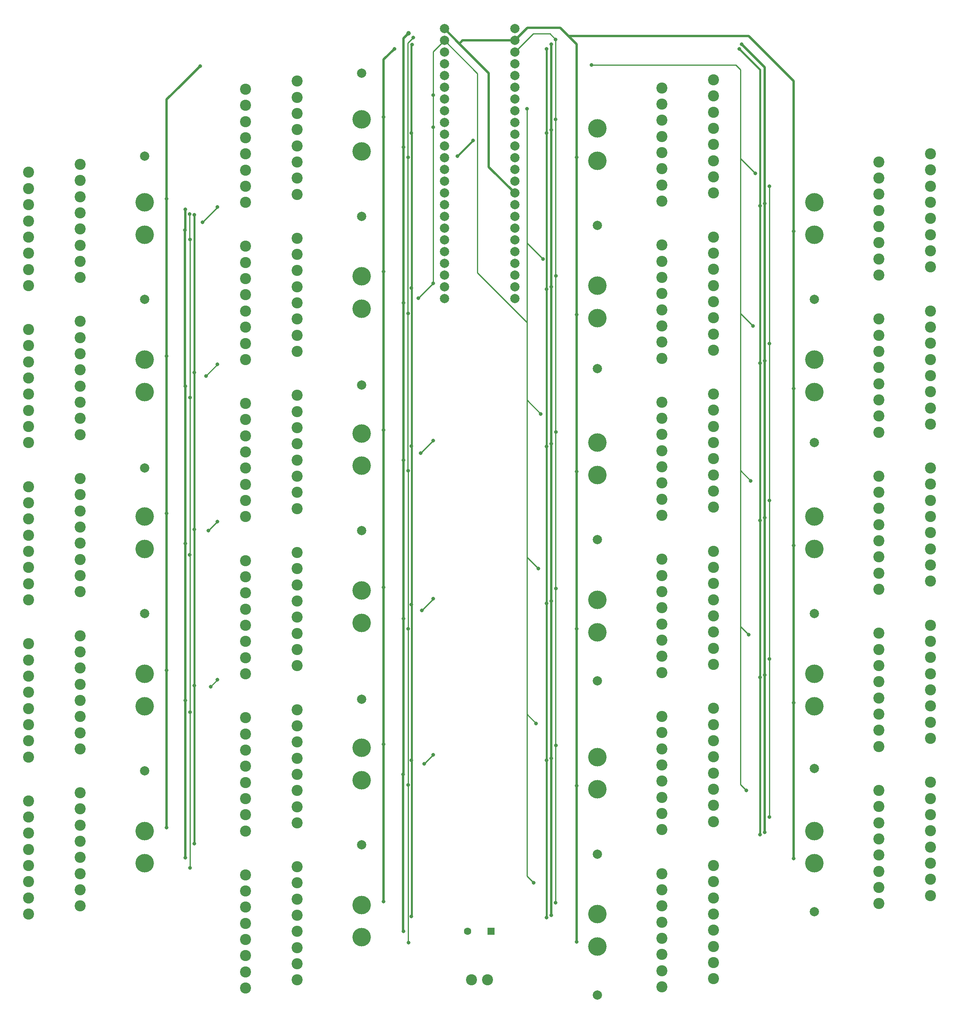
<source format=gbr>
%TF.GenerationSoftware,KiCad,Pcbnew,(6.0.10)*%
%TF.CreationDate,2024-04-02T10:47:47-04:00*%
%TF.ProjectId,OM3Controller,4f4d3343-6f6e-4747-926f-6c6c65722e6b,rev?*%
%TF.SameCoordinates,Original*%
%TF.FileFunction,Copper,L4,Bot*%
%TF.FilePolarity,Positive*%
%FSLAX46Y46*%
G04 Gerber Fmt 4.6, Leading zero omitted, Abs format (unit mm)*
G04 Created by KiCad (PCBNEW (6.0.10)) date 2024-04-02 10:47:47*
%MOMM*%
%LPD*%
G01*
G04 APERTURE LIST*
%TA.AperFunction,ComponentPad*%
%ADD10C,2.400000*%
%TD*%
%TA.AperFunction,ComponentPad*%
%ADD11C,2.000000*%
%TD*%
%TA.AperFunction,ComponentPad*%
%ADD12R,1.600000X1.600000*%
%TD*%
%TA.AperFunction,ComponentPad*%
%ADD13C,1.600000*%
%TD*%
%TA.AperFunction,ViaPad*%
%ADD14C,2.000000*%
%TD*%
%TA.AperFunction,ViaPad*%
%ADD15C,4.000000*%
%TD*%
%TA.AperFunction,ViaPad*%
%ADD16C,0.800000*%
%TD*%
%TA.AperFunction,ViaPad*%
%ADD17C,1.000000*%
%TD*%
%TA.AperFunction,Conductor*%
%ADD18C,0.500000*%
%TD*%
%TA.AperFunction,Conductor*%
%ADD19C,0.250000*%
%TD*%
%TA.AperFunction,Conductor*%
%ADD20C,0.400000*%
%TD*%
G04 APERTURE END LIST*
D10*
%TO.P,J21,1,Pin_1*%
%TO.N,Net-(J21-Pad1)*%
X419000000Y-228725000D03*
%TO.P,J21,2,Pin_2*%
%TO.N,Earth*%
X430200000Y-226975000D03*
%TO.P,J21,3,Pin_3*%
%TO.N,Net-(J21-Pad3)*%
X419000000Y-225225000D03*
%TO.P,J21,4,Pin_4*%
%TO.N,Earth*%
X430200000Y-223475000D03*
%TO.P,J21,5,Pin_5*%
%TO.N,Net-(J21-Pad5)*%
X419000000Y-221725000D03*
%TO.P,J21,6,Pin_6*%
%TO.N,Earth*%
X430200000Y-219975000D03*
%TO.P,J21,7,Pin_7*%
%TO.N,Net-(J21-Pad7)*%
X419000000Y-218225000D03*
%TO.P,J21,8,Pin_8*%
%TO.N,Earth*%
X430200000Y-216475000D03*
%TO.P,J21,9,Pin_9*%
%TO.N,Net-(J21-Pad9)*%
X419000000Y-214725000D03*
%TO.P,J21,10,Pin_10*%
%TO.N,Earth*%
X430200000Y-212975000D03*
%TO.P,J21,11,Pin_11*%
%TO.N,Net-(J21-Pad11)*%
X419000000Y-211225000D03*
%TO.P,J21,12,Pin_12*%
%TO.N,Earth*%
X430200000Y-209475000D03*
%TO.P,J21,13,Pin_13*%
%TO.N,Net-(J21-Pad13)*%
X419000000Y-207725000D03*
%TO.P,J21,14,Pin_14*%
%TO.N,Earth*%
X430200000Y-205975000D03*
%TO.P,J21,15,Pin_15*%
%TO.N,Net-(J21-Pad15)*%
X419000000Y-204225000D03*
%TO.P,J21,16,Pin_16*%
%TO.N,Earth*%
X430200000Y-202475000D03*
%TD*%
%TO.P,J3,1,Pin_1*%
%TO.N,Net-(J3-Pad1)*%
X246000000Y-238750000D03*
%TO.P,J3,2,Pin_2*%
%TO.N,Earth*%
X234800000Y-240500000D03*
%TO.P,J3,3,Pin_3*%
%TO.N,Net-(J3-Pad3)*%
X246000000Y-242250000D03*
%TO.P,J3,4,Pin_4*%
%TO.N,Earth*%
X234800000Y-244000000D03*
%TO.P,J3,5,Pin_5*%
%TO.N,Net-(J3-Pad5)*%
X246000000Y-245750000D03*
%TO.P,J3,6,Pin_6*%
%TO.N,Earth*%
X234800000Y-247500000D03*
%TO.P,J3,7,Pin_7*%
%TO.N,Net-(J3-Pad7)*%
X246000000Y-249250000D03*
%TO.P,J3,8,Pin_8*%
%TO.N,Earth*%
X234800000Y-251000000D03*
%TO.P,J3,9,Pin_9*%
%TO.N,Net-(J3-Pad9)*%
X246000000Y-252750000D03*
%TO.P,J3,10,Pin_10*%
%TO.N,Earth*%
X234800000Y-254500000D03*
%TO.P,J3,11,Pin_11*%
%TO.N,Net-(J3-Pad11)*%
X246000000Y-256250000D03*
%TO.P,J3,12,Pin_12*%
%TO.N,Earth*%
X234800000Y-258000000D03*
%TO.P,J3,13,Pin_13*%
%TO.N,Net-(J3-Pad13)*%
X246000000Y-259750000D03*
%TO.P,J3,14,Pin_14*%
%TO.N,Earth*%
X234800000Y-261500000D03*
%TO.P,J3,15,Pin_15*%
%TO.N,Net-(J3-Pad15)*%
X246000000Y-263250000D03*
%TO.P,J3,16,Pin_16*%
%TO.N,Earth*%
X234800000Y-265000000D03*
%TD*%
%TO.P,J18,1,Pin_1*%
%TO.N,Net-(J18-Pad1)*%
X372000000Y-314725000D03*
%TO.P,J18,2,Pin_2*%
%TO.N,Earth*%
X383200000Y-312975000D03*
%TO.P,J18,3,Pin_3*%
%TO.N,Net-(J18-Pad3)*%
X372000000Y-311225000D03*
%TO.P,J18,4,Pin_4*%
%TO.N,Earth*%
X383200000Y-309475000D03*
%TO.P,J18,5,Pin_5*%
%TO.N,Net-(J18-Pad5)*%
X372000000Y-307725000D03*
%TO.P,J18,6,Pin_6*%
%TO.N,Earth*%
X383200000Y-305975000D03*
%TO.P,J18,7,Pin_7*%
%TO.N,Net-(J18-Pad7)*%
X372000000Y-304225000D03*
%TO.P,J18,8,Pin_8*%
%TO.N,Earth*%
X383200000Y-302475000D03*
%TO.P,J18,9,Pin_9*%
%TO.N,Net-(J18-Pad9)*%
X372000000Y-300725000D03*
%TO.P,J18,10,Pin_10*%
%TO.N,Earth*%
X383200000Y-298975000D03*
%TO.P,J18,11,Pin_11*%
%TO.N,Net-(J18-Pad11)*%
X372000000Y-297225000D03*
%TO.P,J18,12,Pin_12*%
%TO.N,Earth*%
X383200000Y-295475000D03*
%TO.P,J18,13,Pin_13*%
%TO.N,Net-(J18-Pad13)*%
X372000000Y-293725000D03*
%TO.P,J18,14,Pin_14*%
%TO.N,Earth*%
X383200000Y-291975000D03*
%TO.P,J18,15,Pin_15*%
%TO.N,Net-(J18-Pad15)*%
X372000000Y-290225000D03*
%TO.P,J18,16,Pin_16*%
%TO.N,Earth*%
X383200000Y-288475000D03*
%TD*%
%TO.P,J15,1,Pin_1*%
%TO.N,Net-(J15-Pad1)*%
X372000000Y-212725000D03*
%TO.P,J15,2,Pin_2*%
%TO.N,Earth*%
X383200000Y-210975000D03*
%TO.P,J15,3,Pin_3*%
%TO.N,Net-(J15-Pad3)*%
X372000000Y-209225000D03*
%TO.P,J15,4,Pin_4*%
%TO.N,Earth*%
X383200000Y-207475000D03*
%TO.P,J15,5,Pin_5*%
%TO.N,Net-(J15-Pad5)*%
X372000000Y-205725000D03*
%TO.P,J15,6,Pin_6*%
%TO.N,Earth*%
X383200000Y-203975000D03*
%TO.P,J15,7,Pin_7*%
%TO.N,Net-(J15-Pad7)*%
X372000000Y-202225000D03*
%TO.P,J15,8,Pin_8*%
%TO.N,Earth*%
X383200000Y-200475000D03*
%TO.P,J15,9,Pin_9*%
%TO.N,Net-(J15-Pad9)*%
X372000000Y-198725000D03*
%TO.P,J15,10,Pin_10*%
%TO.N,Earth*%
X383200000Y-196975000D03*
%TO.P,J15,11,Pin_11*%
%TO.N,Net-(J15-Pad11)*%
X372000000Y-195225000D03*
%TO.P,J15,12,Pin_12*%
%TO.N,Earth*%
X383200000Y-193475000D03*
%TO.P,J15,13,Pin_13*%
%TO.N,Net-(J15-Pad13)*%
X372000000Y-191725000D03*
%TO.P,J15,14,Pin_14*%
%TO.N,Earth*%
X383200000Y-189975000D03*
%TO.P,J15,15,Pin_15*%
%TO.N,Net-(J15-Pad15)*%
X372000000Y-188225000D03*
%TO.P,J15,16,Pin_16*%
%TO.N,Earth*%
X383200000Y-186475000D03*
%TD*%
%TO.P,J9,1,Pin_1*%
%TO.N,Net-(J9-Pad1)*%
X293000000Y-254750000D03*
%TO.P,J9,2,Pin_2*%
%TO.N,Earth*%
X281800000Y-256500000D03*
%TO.P,J9,3,Pin_3*%
%TO.N,Net-(J9-Pad3)*%
X293000000Y-258250000D03*
%TO.P,J9,4,Pin_4*%
%TO.N,Earth*%
X281800000Y-260000000D03*
%TO.P,J9,5,Pin_5*%
%TO.N,Net-(J9-Pad5)*%
X293000000Y-261750000D03*
%TO.P,J9,6,Pin_6*%
%TO.N,Earth*%
X281800000Y-263500000D03*
%TO.P,J9,7,Pin_7*%
%TO.N,Net-(J9-Pad7)*%
X293000000Y-265250000D03*
%TO.P,J9,8,Pin_8*%
%TO.N,Earth*%
X281800000Y-267000000D03*
%TO.P,J9,9,Pin_9*%
%TO.N,Net-(J9-Pad9)*%
X293000000Y-268750000D03*
%TO.P,J9,10,Pin_10*%
%TO.N,Earth*%
X281800000Y-270500000D03*
%TO.P,J9,11,Pin_11*%
%TO.N,Net-(J9-Pad11)*%
X293000000Y-272250000D03*
%TO.P,J9,12,Pin_12*%
%TO.N,Earth*%
X281800000Y-274000000D03*
%TO.P,J9,13,Pin_13*%
%TO.N,Net-(J9-Pad13)*%
X293000000Y-275750000D03*
%TO.P,J9,14,Pin_14*%
%TO.N,Earth*%
X281800000Y-277500000D03*
%TO.P,J9,15,Pin_15*%
%TO.N,Net-(J9-Pad15)*%
X293000000Y-279250000D03*
%TO.P,J9,16,Pin_16*%
%TO.N,Earth*%
X281800000Y-281000000D03*
%TD*%
%TO.P,J4,1,Pin_1*%
%TO.N,Net-(J4-Pad1)*%
X246000000Y-272750000D03*
%TO.P,J4,2,Pin_2*%
%TO.N,Earth*%
X234800000Y-274500000D03*
%TO.P,J4,3,Pin_3*%
%TO.N,Net-(J4-Pad3)*%
X246000000Y-276250000D03*
%TO.P,J4,4,Pin_4*%
%TO.N,Earth*%
X234800000Y-278000000D03*
%TO.P,J4,5,Pin_5*%
%TO.N,Net-(J4-Pad5)*%
X246000000Y-279750000D03*
%TO.P,J4,6,Pin_6*%
%TO.N,Earth*%
X234800000Y-281500000D03*
%TO.P,J4,7,Pin_7*%
%TO.N,Net-(J4-Pad7)*%
X246000000Y-283250000D03*
%TO.P,J4,8,Pin_8*%
%TO.N,Earth*%
X234800000Y-285000000D03*
%TO.P,J4,9,Pin_9*%
%TO.N,Net-(J4-Pad9)*%
X246000000Y-286750000D03*
%TO.P,J4,10,Pin_10*%
%TO.N,Earth*%
X234800000Y-288500000D03*
%TO.P,J4,11,Pin_11*%
%TO.N,Net-(J4-Pad11)*%
X246000000Y-290250000D03*
%TO.P,J4,12,Pin_12*%
%TO.N,Earth*%
X234800000Y-292000000D03*
%TO.P,J4,13,Pin_13*%
%TO.N,Net-(J4-Pad13)*%
X246000000Y-293750000D03*
%TO.P,J4,14,Pin_14*%
%TO.N,Earth*%
X234800000Y-295500000D03*
%TO.P,J4,15,Pin_15*%
%TO.N,Net-(J4-Pad15)*%
X246000000Y-297250000D03*
%TO.P,J4,16,Pin_16*%
%TO.N,Earth*%
X234800000Y-299000000D03*
%TD*%
%TO.P,J17,1,Pin_1*%
%TO.N,Net-(J17-Pad1)*%
X372000000Y-280725000D03*
%TO.P,J17,2,Pin_2*%
%TO.N,Earth*%
X383200000Y-278975000D03*
%TO.P,J17,3,Pin_3*%
%TO.N,Net-(J17-Pad3)*%
X372000000Y-277225000D03*
%TO.P,J17,4,Pin_4*%
%TO.N,Earth*%
X383200000Y-275475000D03*
%TO.P,J17,5,Pin_5*%
%TO.N,Net-(J17-Pad5)*%
X372000000Y-273725000D03*
%TO.P,J17,6,Pin_6*%
%TO.N,Earth*%
X383200000Y-271975000D03*
%TO.P,J17,7,Pin_7*%
%TO.N,Net-(J17-Pad7)*%
X372000000Y-270225000D03*
%TO.P,J17,8,Pin_8*%
%TO.N,Earth*%
X383200000Y-268475000D03*
%TO.P,J17,9,Pin_9*%
%TO.N,Net-(J17-Pad9)*%
X372000000Y-266725000D03*
%TO.P,J17,10,Pin_10*%
%TO.N,Earth*%
X383200000Y-264975000D03*
%TO.P,J17,11,Pin_11*%
%TO.N,Net-(J17-Pad11)*%
X372000000Y-263225000D03*
%TO.P,J17,12,Pin_12*%
%TO.N,Earth*%
X383200000Y-261475000D03*
%TO.P,J17,13,Pin_13*%
%TO.N,Net-(J17-Pad13)*%
X372000000Y-259725000D03*
%TO.P,J17,14,Pin_14*%
%TO.N,Earth*%
X383200000Y-257975000D03*
%TO.P,J17,15,Pin_15*%
%TO.N,Net-(J17-Pad15)*%
X372000000Y-256225000D03*
%TO.P,J17,16,Pin_16*%
%TO.N,Earth*%
X383200000Y-254475000D03*
%TD*%
%TO.P,J16,1,Pin_1*%
%TO.N,Net-(J16-Pad1)*%
X372000000Y-246725000D03*
%TO.P,J16,2,Pin_2*%
%TO.N,Earth*%
X383200000Y-244975000D03*
%TO.P,J16,3,Pin_3*%
%TO.N,Net-(J16-Pad3)*%
X372000000Y-243225000D03*
%TO.P,J16,4,Pin_4*%
%TO.N,Earth*%
X383200000Y-241475000D03*
%TO.P,J16,5,Pin_5*%
%TO.N,Net-(J16-Pad5)*%
X372000000Y-239725000D03*
%TO.P,J16,6,Pin_6*%
%TO.N,Earth*%
X383200000Y-237975000D03*
%TO.P,J16,7,Pin_7*%
%TO.N,Net-(J16-Pad7)*%
X372000000Y-236225000D03*
%TO.P,J16,8,Pin_8*%
%TO.N,Earth*%
X383200000Y-234475000D03*
%TO.P,J16,9,Pin_9*%
%TO.N,Net-(J16-Pad9)*%
X372000000Y-232725000D03*
%TO.P,J16,10,Pin_10*%
%TO.N,Earth*%
X383200000Y-230975000D03*
%TO.P,J16,11,Pin_11*%
%TO.N,Net-(J16-Pad11)*%
X372000000Y-229225000D03*
%TO.P,J16,12,Pin_12*%
%TO.N,Earth*%
X383200000Y-227475000D03*
%TO.P,J16,13,Pin_13*%
%TO.N,Net-(J16-Pad13)*%
X372000000Y-225725000D03*
%TO.P,J16,14,Pin_14*%
%TO.N,Earth*%
X383200000Y-223975000D03*
%TO.P,J16,15,Pin_15*%
%TO.N,Net-(J16-Pad15)*%
X372000000Y-222225000D03*
%TO.P,J16,16,Pin_16*%
%TO.N,Earth*%
X383200000Y-220475000D03*
%TD*%
%TO.P,J6,1,Pin_1*%
%TO.N,Net-(J6-Pad1)*%
X293000000Y-152750000D03*
%TO.P,J6,2,Pin_2*%
%TO.N,Earth*%
X281800000Y-154500000D03*
%TO.P,J6,3,Pin_3*%
%TO.N,Net-(J6-Pad3)*%
X293000000Y-156250000D03*
%TO.P,J6,4,Pin_4*%
%TO.N,Earth*%
X281800000Y-158000000D03*
%TO.P,J6,5,Pin_5*%
%TO.N,Net-(J6-Pad5)*%
X293000000Y-159750000D03*
%TO.P,J6,6,Pin_6*%
%TO.N,Earth*%
X281800000Y-161500000D03*
%TO.P,J6,7,Pin_7*%
%TO.N,Net-(J6-Pad7)*%
X293000000Y-163250000D03*
%TO.P,J6,8,Pin_8*%
%TO.N,Earth*%
X281800000Y-165000000D03*
%TO.P,J6,9,Pin_9*%
%TO.N,Net-(J6-Pad9)*%
X293000000Y-166750000D03*
%TO.P,J6,10,Pin_10*%
%TO.N,Earth*%
X281800000Y-168500000D03*
%TO.P,J6,11,Pin_11*%
%TO.N,Net-(J6-Pad11)*%
X293000000Y-170250000D03*
%TO.P,J6,12,Pin_12*%
%TO.N,Earth*%
X281800000Y-172000000D03*
%TO.P,J6,13,Pin_13*%
%TO.N,Net-(J6-Pad13)*%
X293000000Y-173750000D03*
%TO.P,J6,14,Pin_14*%
%TO.N,Earth*%
X281800000Y-175500000D03*
%TO.P,J6,15,Pin_15*%
%TO.N,Net-(J6-Pad15)*%
X293000000Y-177250000D03*
%TO.P,J6,16,Pin_16*%
%TO.N,Earth*%
X281800000Y-179000000D03*
%TD*%
%TO.P,J22,1,Pin_1*%
%TO.N,Net-(J22-Pad1)*%
X419000000Y-262725000D03*
%TO.P,J22,2,Pin_2*%
%TO.N,Earth*%
X430200000Y-260975000D03*
%TO.P,J22,3,Pin_3*%
%TO.N,Net-(J22-Pad3)*%
X419000000Y-259225000D03*
%TO.P,J22,4,Pin_4*%
%TO.N,Earth*%
X430200000Y-257475000D03*
%TO.P,J22,5,Pin_5*%
%TO.N,Net-(J22-Pad5)*%
X419000000Y-255725000D03*
%TO.P,J22,6,Pin_6*%
%TO.N,Earth*%
X430200000Y-253975000D03*
%TO.P,J22,7,Pin_7*%
%TO.N,Net-(J22-Pad7)*%
X419000000Y-252225000D03*
%TO.P,J22,8,Pin_8*%
%TO.N,Earth*%
X430200000Y-250475000D03*
%TO.P,J22,9,Pin_9*%
%TO.N,Net-(J22-Pad9)*%
X419000000Y-248725000D03*
%TO.P,J22,10,Pin_10*%
%TO.N,Earth*%
X430200000Y-246975000D03*
%TO.P,J22,11,Pin_11*%
%TO.N,Net-(J22-Pad11)*%
X419000000Y-245225000D03*
%TO.P,J22,12,Pin_12*%
%TO.N,Earth*%
X430200000Y-243475000D03*
%TO.P,J22,13,Pin_13*%
%TO.N,Net-(J22-Pad13)*%
X419000000Y-241725000D03*
%TO.P,J22,14,Pin_14*%
%TO.N,Earth*%
X430200000Y-239975000D03*
%TO.P,J22,15,Pin_15*%
%TO.N,Net-(J22-Pad15)*%
X419000000Y-238225000D03*
%TO.P,J22,16,Pin_16*%
%TO.N,Earth*%
X430200000Y-236475000D03*
%TD*%
%TO.P,J7,1,Pin_1*%
%TO.N,Net-(J7-Pad1)*%
X293000000Y-186750000D03*
%TO.P,J7,2,Pin_2*%
%TO.N,Earth*%
X281800000Y-188500000D03*
%TO.P,J7,3,Pin_3*%
%TO.N,Net-(J7-Pad3)*%
X293000000Y-190250000D03*
%TO.P,J7,4,Pin_4*%
%TO.N,Earth*%
X281800000Y-192000000D03*
%TO.P,J7,5,Pin_5*%
%TO.N,Net-(J7-Pad5)*%
X293000000Y-193750000D03*
%TO.P,J7,6,Pin_6*%
%TO.N,Earth*%
X281800000Y-195500000D03*
%TO.P,J7,7,Pin_7*%
%TO.N,Net-(J7-Pad7)*%
X293000000Y-197250000D03*
%TO.P,J7,8,Pin_8*%
%TO.N,Earth*%
X281800000Y-199000000D03*
%TO.P,J7,9,Pin_9*%
%TO.N,Net-(J7-Pad9)*%
X293000000Y-200750000D03*
%TO.P,J7,10,Pin_10*%
%TO.N,Earth*%
X281800000Y-202500000D03*
%TO.P,J7,11,Pin_11*%
%TO.N,Net-(J7-Pad11)*%
X293000000Y-204250000D03*
%TO.P,J7,12,Pin_12*%
%TO.N,Earth*%
X281800000Y-206000000D03*
%TO.P,J7,13,Pin_13*%
%TO.N,Net-(J7-Pad13)*%
X293000000Y-207750000D03*
%TO.P,J7,14,Pin_14*%
%TO.N,Earth*%
X281800000Y-209500000D03*
%TO.P,J7,15,Pin_15*%
%TO.N,Net-(J7-Pad15)*%
X293000000Y-211250000D03*
%TO.P,J7,16,Pin_16*%
%TO.N,Earth*%
X281800000Y-213000000D03*
%TD*%
%TO.P,J1,1,Pin_1*%
%TO.N,Net-(J1-Pad1)*%
X246000000Y-170750000D03*
%TO.P,J1,2,Pin_2*%
%TO.N,Earth*%
X234800000Y-172500000D03*
%TO.P,J1,3,Pin_3*%
%TO.N,Net-(J1-Pad3)*%
X246000000Y-174250000D03*
%TO.P,J1,4,Pin_4*%
%TO.N,Earth*%
X234800000Y-176000000D03*
%TO.P,J1,5,Pin_5*%
%TO.N,Net-(J1-Pad5)*%
X246000000Y-177750000D03*
%TO.P,J1,6,Pin_6*%
%TO.N,Earth*%
X234800000Y-179500000D03*
%TO.P,J1,7,Pin_7*%
%TO.N,Net-(J1-Pad7)*%
X246000000Y-181250000D03*
%TO.P,J1,8,Pin_8*%
%TO.N,Earth*%
X234800000Y-183000000D03*
%TO.P,J1,9,Pin_9*%
%TO.N,Net-(J1-Pad9)*%
X246000000Y-184750000D03*
%TO.P,J1,10,Pin_10*%
%TO.N,Earth*%
X234800000Y-186500000D03*
%TO.P,J1,11,Pin_11*%
%TO.N,Net-(J1-Pad11)*%
X246000000Y-188250000D03*
%TO.P,J1,12,Pin_12*%
%TO.N,Earth*%
X234800000Y-190000000D03*
%TO.P,J1,13,Pin_13*%
%TO.N,Net-(J1-Pad13)*%
X246000000Y-191750000D03*
%TO.P,J1,14,Pin_14*%
%TO.N,Earth*%
X234800000Y-193500000D03*
%TO.P,J1,15,Pin_15*%
%TO.N,Net-(J1-Pad15)*%
X246000000Y-195250000D03*
%TO.P,J1,16,Pin_16*%
%TO.N,Earth*%
X234800000Y-197000000D03*
%TD*%
%TO.P,J19,1,Pin_1*%
%TO.N,Net-(J19-Pad1)*%
X372000000Y-348725000D03*
%TO.P,J19,2,Pin_2*%
%TO.N,Earth*%
X383200000Y-346975000D03*
%TO.P,J19,3,Pin_3*%
%TO.N,Net-(J19-Pad3)*%
X372000000Y-345225000D03*
%TO.P,J19,4,Pin_4*%
%TO.N,Earth*%
X383200000Y-343475000D03*
%TO.P,J19,5,Pin_5*%
%TO.N,Net-(J19-Pad5)*%
X372000000Y-341725000D03*
%TO.P,J19,6,Pin_6*%
%TO.N,Earth*%
X383200000Y-339975000D03*
%TO.P,J19,7,Pin_7*%
%TO.N,Net-(J19-Pad7)*%
X372000000Y-338225000D03*
%TO.P,J19,8,Pin_8*%
%TO.N,Earth*%
X383200000Y-336475000D03*
%TO.P,J19,9,Pin_9*%
%TO.N,Net-(J19-Pad9)*%
X372000000Y-334725000D03*
%TO.P,J19,10,Pin_10*%
%TO.N,Earth*%
X383200000Y-332975000D03*
%TO.P,J19,11,Pin_11*%
%TO.N,Net-(J19-Pad11)*%
X372000000Y-331225000D03*
%TO.P,J19,12,Pin_12*%
%TO.N,Earth*%
X383200000Y-329475000D03*
%TO.P,J19,13,Pin_13*%
%TO.N,Net-(J19-Pad13)*%
X372000000Y-327725000D03*
%TO.P,J19,14,Pin_14*%
%TO.N,Earth*%
X383200000Y-325975000D03*
%TO.P,J19,15,Pin_15*%
%TO.N,Net-(J19-Pad15)*%
X372000000Y-324225000D03*
%TO.P,J19,16,Pin_16*%
%TO.N,Earth*%
X383200000Y-322475000D03*
%TD*%
%TO.P,J8,1,Pin_1*%
%TO.N,Net-(J8-Pad1)*%
X293000000Y-220750000D03*
%TO.P,J8,2,Pin_2*%
%TO.N,Earth*%
X281800000Y-222500000D03*
%TO.P,J8,3,Pin_3*%
%TO.N,Net-(J8-Pad3)*%
X293000000Y-224250000D03*
%TO.P,J8,4,Pin_4*%
%TO.N,Earth*%
X281800000Y-226000000D03*
%TO.P,J8,5,Pin_5*%
%TO.N,Net-(J8-Pad5)*%
X293000000Y-227750000D03*
%TO.P,J8,6,Pin_6*%
%TO.N,Earth*%
X281800000Y-229500000D03*
%TO.P,J8,7,Pin_7*%
%TO.N,Net-(J8-Pad7)*%
X293000000Y-231250000D03*
%TO.P,J8,8,Pin_8*%
%TO.N,Earth*%
X281800000Y-233000000D03*
%TO.P,J8,9,Pin_9*%
%TO.N,Net-(J8-Pad9)*%
X293000000Y-234750000D03*
%TO.P,J8,10,Pin_10*%
%TO.N,Earth*%
X281800000Y-236500000D03*
%TO.P,J8,11,Pin_11*%
%TO.N,Net-(J8-Pad11)*%
X293000000Y-238250000D03*
%TO.P,J8,12,Pin_12*%
%TO.N,Earth*%
X281800000Y-240000000D03*
%TO.P,J8,13,Pin_13*%
%TO.N,Net-(J8-Pad13)*%
X293000000Y-241750000D03*
%TO.P,J8,14,Pin_14*%
%TO.N,Earth*%
X281800000Y-243500000D03*
%TO.P,J8,15,Pin_15*%
%TO.N,Net-(J8-Pad15)*%
X293000000Y-245250000D03*
%TO.P,J8,16,Pin_16*%
%TO.N,Earth*%
X281800000Y-247000000D03*
%TD*%
D11*
%TO.P,MCU1,1,GND*%
%TO.N,GND*%
X324880000Y-141425000D03*
%TO.P,MCU1,2*%
%TO.N,Net-(MCU1-Pad2)*%
X324880000Y-143965000D03*
%TO.P,MCU1,3*%
%TO.N,Net-(MCU1-Pad3)*%
X324880000Y-146505000D03*
%TO.P,MCU1,4*%
%TO.N,Net-(MCU1-Pad4)*%
X324880000Y-149045000D03*
%TO.P,MCU1,5*%
%TO.N,Net-(MCU1-Pad5)*%
X324880000Y-151585000D03*
%TO.P,MCU1,6*%
%TO.N,Net-(MCU1-Pad6)*%
X324880000Y-154125000D03*
%TO.P,MCU1,7*%
%TO.N,Net-(MCU1-Pad7)*%
X324880000Y-156665000D03*
%TO.P,MCU1,8*%
%TO.N,Net-(MCU1-Pad8)*%
X324880000Y-159205000D03*
%TO.P,MCU1,9*%
%TO.N,Net-(MCU1-Pad9)*%
X324880000Y-161745000D03*
%TO.P,MCU1,10*%
%TO.N,Net-(MCU1-Pad10)*%
X324880000Y-164285000D03*
%TO.P,MCU1,11*%
%TO.N,Net-(MCU1-Pad11)*%
X324880000Y-166825000D03*
%TO.P,MCU1,12*%
%TO.N,Net-(MCU1-Pad12)*%
X324880000Y-169365000D03*
%TO.P,MCU1,13*%
%TO.N,Net-(MCU1-Pad13)*%
X324880000Y-171905000D03*
%TO.P,MCU1,14*%
%TO.N,unconnected-(MCU1-Pad14)*%
X324880000Y-174445000D03*
%TO.P,MCU1,15,3.3V*%
%TO.N,Net-(MCU1-Pad15)*%
X324880000Y-176985000D03*
%TO.P,MCU1,16*%
%TO.N,Net-(MCU1-Pad16)*%
X324880000Y-179525000D03*
%TO.P,MCU1,17*%
%TO.N,unconnected-(MCU1-Pad17)*%
X324880000Y-182065000D03*
%TO.P,MCU1,18*%
%TO.N,unconnected-(MCU1-Pad18)*%
X324880000Y-184605000D03*
%TO.P,MCU1,19*%
%TO.N,unconnected-(MCU1-Pad19)*%
X324880000Y-187145000D03*
%TO.P,MCU1,20*%
%TO.N,unconnected-(MCU1-Pad20)*%
X324880000Y-189685000D03*
%TO.P,MCU1,21*%
%TO.N,unconnected-(MCU1-Pad21)*%
X324880000Y-192225000D03*
%TO.P,MCU1,22*%
%TO.N,unconnected-(MCU1-Pad22)*%
X324880000Y-194765000D03*
%TO.P,MCU1,23*%
%TO.N,unconnected-(MCU1-Pad23)*%
X324880000Y-197305000D03*
%TO.P,MCU1,24*%
%TO.N,unconnected-(MCU1-Pad24)*%
X324880000Y-199845000D03*
%TO.P,MCU1,25,Vin*%
%TO.N,unconnected-(MCU1-Pad25)*%
X340120000Y-141425000D03*
%TO.P,MCU1,26,GND*%
%TO.N,GND*%
X340120000Y-143965000D03*
%TO.P,MCU1,27,3.3V*%
%TO.N,Net-(MCU1-Pad27)*%
X340120000Y-146505000D03*
%TO.P,MCU1,28*%
%TO.N,Net-(MCU1-Pad28)*%
X340120000Y-149045000D03*
%TO.P,MCU1,29*%
%TO.N,Net-(MCU1-Pad29)*%
X340120000Y-151585000D03*
%TO.P,MCU1,30*%
%TO.N,Net-(MCU1-Pad30)*%
X340120000Y-154125000D03*
%TO.P,MCU1,31*%
%TO.N,Net-(MCU1-Pad31)*%
X340120000Y-156665000D03*
%TO.P,MCU1,32*%
%TO.N,Net-(MCU1-Pad32)*%
X340120000Y-159205000D03*
%TO.P,MCU1,33*%
%TO.N,Net-(MCU1-Pad33)*%
X340120000Y-161745000D03*
%TO.P,MCU1,34*%
%TO.N,Net-(MCU1-Pad34)*%
X340120000Y-164285000D03*
%TO.P,MCU1,35*%
%TO.N,Net-(MCU1-Pad35)*%
X340120000Y-166825000D03*
%TO.P,MCU1,36*%
%TO.N,Net-(MCU1-Pad36)*%
X340120000Y-169365000D03*
%TO.P,MCU1,37*%
%TO.N,Net-(MCU1-Pad37)*%
X340120000Y-171905000D03*
%TO.P,MCU1,38*%
%TO.N,Net-(MCU1-Pad38)*%
X340120000Y-174445000D03*
%TO.P,MCU1,39,GND*%
%TO.N,GND*%
X340120000Y-176985000D03*
%TO.P,MCU1,40*%
%TO.N,Net-(MCU1-Pad40)*%
X340120000Y-179525000D03*
%TO.P,MCU1,41*%
%TO.N,unconnected-(MCU1-Pad41)*%
X340120000Y-182065000D03*
%TO.P,MCU1,42*%
%TO.N,unconnected-(MCU1-Pad42)*%
X340120000Y-184605000D03*
%TO.P,MCU1,43*%
%TO.N,unconnected-(MCU1-Pad43)*%
X340120000Y-187145000D03*
%TO.P,MCU1,44*%
%TO.N,unconnected-(MCU1-Pad44)*%
X340120000Y-189685000D03*
%TO.P,MCU1,45*%
%TO.N,unconnected-(MCU1-Pad45)*%
X340120000Y-192225000D03*
%TO.P,MCU1,46*%
%TO.N,unconnected-(MCU1-Pad46)*%
X340120000Y-194765000D03*
%TO.P,MCU1,47*%
%TO.N,unconnected-(MCU1-Pad47)*%
X340120000Y-197305000D03*
%TO.P,MCU1,48*%
%TO.N,unconnected-(MCU1-Pad48)*%
X340120000Y-199845000D03*
%TD*%
D10*
%TO.P,J5,1,Pin_1*%
%TO.N,Net-(J5-Pad1)*%
X246000000Y-306750000D03*
%TO.P,J5,2,Pin_2*%
%TO.N,Earth*%
X234800000Y-308500000D03*
%TO.P,J5,3,Pin_3*%
%TO.N,Net-(J5-Pad3)*%
X246000000Y-310250000D03*
%TO.P,J5,4,Pin_4*%
%TO.N,Earth*%
X234800000Y-312000000D03*
%TO.P,J5,5,Pin_5*%
%TO.N,Net-(J5-Pad5)*%
X246000000Y-313750000D03*
%TO.P,J5,6,Pin_6*%
%TO.N,Earth*%
X234800000Y-315500000D03*
%TO.P,J5,7,Pin_7*%
%TO.N,Net-(J5-Pad7)*%
X246000000Y-317250000D03*
%TO.P,J5,8,Pin_8*%
%TO.N,Earth*%
X234800000Y-319000000D03*
%TO.P,J5,9,Pin_9*%
%TO.N,Net-(J5-Pad9)*%
X246000000Y-320750000D03*
%TO.P,J5,10,Pin_10*%
%TO.N,Earth*%
X234800000Y-322500000D03*
%TO.P,J5,11,Pin_11*%
%TO.N,Net-(J5-Pad11)*%
X246000000Y-324250000D03*
%TO.P,J5,12,Pin_12*%
%TO.N,Earth*%
X234800000Y-326000000D03*
%TO.P,J5,13,Pin_13*%
%TO.N,Net-(J5-Pad13)*%
X246000000Y-327750000D03*
%TO.P,J5,14,Pin_14*%
%TO.N,Earth*%
X234800000Y-329500000D03*
%TO.P,J5,15,Pin_15*%
%TO.N,Net-(J5-Pad15)*%
X246000000Y-331250000D03*
%TO.P,J5,16,Pin_16*%
%TO.N,Earth*%
X234800000Y-333000000D03*
%TD*%
%TO.P,J11,1,Pin_1*%
%TO.N,Net-(J11-Pad1)*%
X293000000Y-322750000D03*
%TO.P,J11,2,Pin_2*%
%TO.N,Earth*%
X281800000Y-324500000D03*
%TO.P,J11,3,Pin_3*%
%TO.N,Net-(J11-Pad3)*%
X293000000Y-326250000D03*
%TO.P,J11,4,Pin_4*%
%TO.N,Earth*%
X281800000Y-328000000D03*
%TO.P,J11,5,Pin_5*%
%TO.N,Net-(J11-Pad5)*%
X293000000Y-329750000D03*
%TO.P,J11,6,Pin_6*%
%TO.N,Earth*%
X281800000Y-331500000D03*
%TO.P,J11,7,Pin_7*%
%TO.N,Net-(J11-Pad7)*%
X293000000Y-333250000D03*
%TO.P,J11,8,Pin_8*%
%TO.N,Earth*%
X281800000Y-335000000D03*
%TO.P,J11,9,Pin_9*%
%TO.N,Net-(J11-Pad9)*%
X293000000Y-336750000D03*
%TO.P,J11,10,Pin_10*%
%TO.N,Earth*%
X281800000Y-338500000D03*
%TO.P,J11,11,Pin_11*%
%TO.N,Net-(J11-Pad11)*%
X293000000Y-340250000D03*
%TO.P,J11,12,Pin_12*%
%TO.N,Earth*%
X281800000Y-342000000D03*
%TO.P,J11,13,Pin_13*%
%TO.N,Net-(J11-Pad13)*%
X293000000Y-343750000D03*
%TO.P,J11,14,Pin_14*%
%TO.N,Earth*%
X281800000Y-345500000D03*
%TO.P,J11,15,Pin_15*%
%TO.N,Net-(J11-Pad15)*%
X293000000Y-347250000D03*
%TO.P,J11,16,Pin_16*%
%TO.N,Earth*%
X281800000Y-349000000D03*
%TD*%
%TO.P,J10,1,Pin_1*%
%TO.N,Net-(J10-Pad1)*%
X293000000Y-288750000D03*
%TO.P,J10,2,Pin_2*%
%TO.N,Earth*%
X281800000Y-290500000D03*
%TO.P,J10,3,Pin_3*%
%TO.N,Net-(J10-Pad3)*%
X293000000Y-292250000D03*
%TO.P,J10,4,Pin_4*%
%TO.N,Earth*%
X281800000Y-294000000D03*
%TO.P,J10,5,Pin_5*%
%TO.N,Net-(J10-Pad5)*%
X293000000Y-295750000D03*
%TO.P,J10,6,Pin_6*%
%TO.N,Earth*%
X281800000Y-297500000D03*
%TO.P,J10,7,Pin_7*%
%TO.N,Net-(J10-Pad7)*%
X293000000Y-299250000D03*
%TO.P,J10,8,Pin_8*%
%TO.N,Earth*%
X281800000Y-301000000D03*
%TO.P,J10,9,Pin_9*%
%TO.N,Net-(J10-Pad9)*%
X293000000Y-302750000D03*
%TO.P,J10,10,Pin_10*%
%TO.N,Earth*%
X281800000Y-304500000D03*
%TO.P,J10,11,Pin_11*%
%TO.N,Net-(J10-Pad11)*%
X293000000Y-306250000D03*
%TO.P,J10,12,Pin_12*%
%TO.N,Earth*%
X281800000Y-308000000D03*
%TO.P,J10,13,Pin_13*%
%TO.N,Net-(J10-Pad13)*%
X293000000Y-309750000D03*
%TO.P,J10,14,Pin_14*%
%TO.N,Earth*%
X281800000Y-311500000D03*
%TO.P,J10,15,Pin_15*%
%TO.N,Net-(J10-Pad15)*%
X293000000Y-313250000D03*
%TO.P,J10,16,Pin_16*%
%TO.N,Earth*%
X281800000Y-315000000D03*
%TD*%
%TO.P,J12,1,Pin_1*%
%TO.N,Earth*%
X330750000Y-347250000D03*
%TO.P,J12,2,Pin_2*%
%TO.N,+24V*%
X334250000Y-347250000D03*
%TD*%
%TO.P,J2,1,Pin_1*%
%TO.N,Net-(J2-Pad1)*%
X246000000Y-204750000D03*
%TO.P,J2,2,Pin_2*%
%TO.N,Earth*%
X234800000Y-206500000D03*
%TO.P,J2,3,Pin_3*%
%TO.N,Net-(J2-Pad3)*%
X246000000Y-208250000D03*
%TO.P,J2,4,Pin_4*%
%TO.N,Earth*%
X234800000Y-210000000D03*
%TO.P,J2,5,Pin_5*%
%TO.N,Net-(J2-Pad5)*%
X246000000Y-211750000D03*
%TO.P,J2,6,Pin_6*%
%TO.N,Earth*%
X234800000Y-213500000D03*
%TO.P,J2,7,Pin_7*%
%TO.N,Net-(J2-Pad7)*%
X246000000Y-215250000D03*
%TO.P,J2,8,Pin_8*%
%TO.N,Earth*%
X234800000Y-217000000D03*
%TO.P,J2,9,Pin_9*%
%TO.N,Net-(J2-Pad9)*%
X246000000Y-218750000D03*
%TO.P,J2,10,Pin_10*%
%TO.N,Earth*%
X234800000Y-220500000D03*
%TO.P,J2,11,Pin_11*%
%TO.N,Net-(J2-Pad11)*%
X246000000Y-222250000D03*
%TO.P,J2,12,Pin_12*%
%TO.N,Earth*%
X234800000Y-224000000D03*
%TO.P,J2,13,Pin_13*%
%TO.N,Net-(J2-Pad13)*%
X246000000Y-225750000D03*
%TO.P,J2,14,Pin_14*%
%TO.N,Earth*%
X234800000Y-227500000D03*
%TO.P,J2,15,Pin_15*%
%TO.N,Net-(J2-Pad15)*%
X246000000Y-229250000D03*
%TO.P,J2,16,Pin_16*%
%TO.N,Earth*%
X234800000Y-231000000D03*
%TD*%
%TO.P,J24,1,Pin_1*%
%TO.N,Net-(J24-Pad1)*%
X419000000Y-330725000D03*
%TO.P,J24,2,Pin_2*%
%TO.N,Earth*%
X430200000Y-328975000D03*
%TO.P,J24,3,Pin_3*%
%TO.N,Net-(J24-Pad3)*%
X419000000Y-327225000D03*
%TO.P,J24,4,Pin_4*%
%TO.N,Earth*%
X430200000Y-325475000D03*
%TO.P,J24,5,Pin_5*%
%TO.N,Net-(J24-Pad5)*%
X419000000Y-323725000D03*
%TO.P,J24,6,Pin_6*%
%TO.N,Earth*%
X430200000Y-321975000D03*
%TO.P,J24,7,Pin_7*%
%TO.N,Net-(J24-Pad7)*%
X419000000Y-320225000D03*
%TO.P,J24,8,Pin_8*%
%TO.N,Earth*%
X430200000Y-318475000D03*
%TO.P,J24,9,Pin_9*%
%TO.N,Net-(J24-Pad9)*%
X419000000Y-316725000D03*
%TO.P,J24,10,Pin_10*%
%TO.N,Earth*%
X430200000Y-314975000D03*
%TO.P,J24,11,Pin_11*%
%TO.N,Net-(J24-Pad11)*%
X419000000Y-313225000D03*
%TO.P,J24,12,Pin_12*%
%TO.N,Earth*%
X430200000Y-311475000D03*
%TO.P,J24,13,Pin_13*%
%TO.N,Net-(J24-Pad13)*%
X419000000Y-309725000D03*
%TO.P,J24,14,Pin_14*%
%TO.N,Earth*%
X430200000Y-307975000D03*
%TO.P,J24,15,Pin_15*%
%TO.N,Net-(J24-Pad15)*%
X419000000Y-306225000D03*
%TO.P,J24,16,Pin_16*%
%TO.N,Earth*%
X430200000Y-304475000D03*
%TD*%
D12*
%TO.P,C12,1*%
%TO.N,+24V*%
X334957953Y-336750000D03*
D13*
%TO.P,C12,2*%
%TO.N,Earth*%
X329957953Y-336750000D03*
%TD*%
D10*
%TO.P,J20,1,Pin_1*%
%TO.N,Net-(J20-Pad1)*%
X419000000Y-194725000D03*
%TO.P,J20,2,Pin_2*%
%TO.N,Earth*%
X430200000Y-192975000D03*
%TO.P,J20,3,Pin_3*%
%TO.N,Net-(J20-Pad3)*%
X419000000Y-191225000D03*
%TO.P,J20,4,Pin_4*%
%TO.N,Earth*%
X430200000Y-189475000D03*
%TO.P,J20,5,Pin_5*%
%TO.N,Net-(J20-Pad5)*%
X419000000Y-187725000D03*
%TO.P,J20,6,Pin_6*%
%TO.N,Earth*%
X430200000Y-185975000D03*
%TO.P,J20,7,Pin_7*%
%TO.N,Net-(J20-Pad7)*%
X419000000Y-184225000D03*
%TO.P,J20,8,Pin_8*%
%TO.N,Earth*%
X430200000Y-182475000D03*
%TO.P,J20,9,Pin_9*%
%TO.N,Net-(J20-Pad9)*%
X419000000Y-180725000D03*
%TO.P,J20,10,Pin_10*%
%TO.N,Earth*%
X430200000Y-178975000D03*
%TO.P,J20,11,Pin_11*%
%TO.N,Net-(J20-Pad11)*%
X419000000Y-177225000D03*
%TO.P,J20,12,Pin_12*%
%TO.N,Earth*%
X430200000Y-175475000D03*
%TO.P,J20,13,Pin_13*%
%TO.N,Net-(J20-Pad13)*%
X419000000Y-173725000D03*
%TO.P,J20,14,Pin_14*%
%TO.N,Earth*%
X430200000Y-171975000D03*
%TO.P,J20,15,Pin_15*%
%TO.N,Net-(J20-Pad15)*%
X419000000Y-170225000D03*
%TO.P,J20,16,Pin_16*%
%TO.N,Earth*%
X430200000Y-168475000D03*
%TD*%
%TO.P,J14,1,Pin_1*%
%TO.N,Net-(J14-Pad1)*%
X372000000Y-178725000D03*
%TO.P,J14,2,Pin_2*%
%TO.N,Earth*%
X383200000Y-176975000D03*
%TO.P,J14,3,Pin_3*%
%TO.N,Net-(J14-Pad3)*%
X372000000Y-175225000D03*
%TO.P,J14,4,Pin_4*%
%TO.N,Earth*%
X383200000Y-173475000D03*
%TO.P,J14,5,Pin_5*%
%TO.N,Net-(J14-Pad5)*%
X372000000Y-171725000D03*
%TO.P,J14,6,Pin_6*%
%TO.N,Earth*%
X383200000Y-169975000D03*
%TO.P,J14,7,Pin_7*%
%TO.N,Net-(J14-Pad7)*%
X372000000Y-168225000D03*
%TO.P,J14,8,Pin_8*%
%TO.N,Earth*%
X383200000Y-166475000D03*
%TO.P,J14,9,Pin_9*%
%TO.N,Net-(J14-Pad9)*%
X372000000Y-164725000D03*
%TO.P,J14,10,Pin_10*%
%TO.N,Earth*%
X383200000Y-162975000D03*
%TO.P,J14,11,Pin_11*%
%TO.N,Net-(J14-Pad11)*%
X372000000Y-161225000D03*
%TO.P,J14,12,Pin_12*%
%TO.N,Earth*%
X383200000Y-159475000D03*
%TO.P,J14,13,Pin_13*%
%TO.N,Net-(J14-Pad13)*%
X372000000Y-157725000D03*
%TO.P,J14,14,Pin_14*%
%TO.N,Earth*%
X383200000Y-155975000D03*
%TO.P,J14,15,Pin_15*%
%TO.N,Net-(J14-Pad15)*%
X372000000Y-154225000D03*
%TO.P,J14,16,Pin_16*%
%TO.N,Earth*%
X383200000Y-152475000D03*
%TD*%
%TO.P,J23,1,Pin_1*%
%TO.N,Net-(J23-Pad1)*%
X419000000Y-296725000D03*
%TO.P,J23,2,Pin_2*%
%TO.N,Earth*%
X430200000Y-294975000D03*
%TO.P,J23,3,Pin_3*%
%TO.N,Net-(J23-Pad3)*%
X419000000Y-293225000D03*
%TO.P,J23,4,Pin_4*%
%TO.N,Earth*%
X430200000Y-291475000D03*
%TO.P,J23,5,Pin_5*%
%TO.N,Net-(J23-Pad5)*%
X419000000Y-289725000D03*
%TO.P,J23,6,Pin_6*%
%TO.N,Earth*%
X430200000Y-287975000D03*
%TO.P,J23,7,Pin_7*%
%TO.N,Net-(J23-Pad7)*%
X419000000Y-286225000D03*
%TO.P,J23,8,Pin_8*%
%TO.N,Earth*%
X430200000Y-284475000D03*
%TO.P,J23,9,Pin_9*%
%TO.N,Net-(J23-Pad9)*%
X419000000Y-282725000D03*
%TO.P,J23,10,Pin_10*%
%TO.N,Earth*%
X430200000Y-280975000D03*
%TO.P,J23,11,Pin_11*%
%TO.N,Net-(J23-Pad11)*%
X419000000Y-279225000D03*
%TO.P,J23,12,Pin_12*%
%TO.N,Earth*%
X430200000Y-277475000D03*
%TO.P,J23,13,Pin_13*%
%TO.N,Net-(J23-Pad13)*%
X419000000Y-275725000D03*
%TO.P,J23,14,Pin_14*%
%TO.N,Earth*%
X430200000Y-273975000D03*
%TO.P,J23,15,Pin_15*%
%TO.N,Net-(J23-Pad15)*%
X419000000Y-272225000D03*
%TO.P,J23,16,Pin_16*%
%TO.N,Earth*%
X430200000Y-270475000D03*
%TD*%
D14*
%TO.N,Earth*%
X358000000Y-252000000D03*
X260000000Y-200000000D03*
X307000000Y-151000000D03*
X405000000Y-301500000D03*
X405000000Y-231000000D03*
X307000000Y-182000000D03*
X307000000Y-250000000D03*
X307000000Y-318000000D03*
X307000000Y-218500000D03*
X405000000Y-268000000D03*
X358000000Y-215000000D03*
X260000000Y-169000000D03*
X358000000Y-184000000D03*
X405000000Y-200000000D03*
X307000000Y-286500000D03*
X358000000Y-282500000D03*
X358000000Y-350500000D03*
X260000000Y-302000000D03*
X358000000Y-320000000D03*
X260000000Y-236500000D03*
X260000000Y-268000000D03*
X405000000Y-332500000D03*
D15*
%TO.N,+24V*%
X307000000Y-195000000D03*
X405000000Y-213000000D03*
X358000000Y-306000000D03*
X307000000Y-229000000D03*
X260000000Y-213000000D03*
X358000000Y-204000000D03*
X260000000Y-247000000D03*
X307000000Y-236000000D03*
X307000000Y-304000000D03*
X405000000Y-179000000D03*
X358000000Y-238000000D03*
X405000000Y-186000000D03*
X307000000Y-297000000D03*
X260000000Y-281000000D03*
X358000000Y-272000000D03*
X405000000Y-315000000D03*
X358000000Y-333000000D03*
X405000000Y-254000000D03*
X307000000Y-202000000D03*
X307000000Y-161000000D03*
X307000000Y-270000000D03*
X358000000Y-163000000D03*
X358000000Y-197000000D03*
X260000000Y-220000000D03*
X260000000Y-179000000D03*
X405000000Y-247000000D03*
X260000000Y-322000000D03*
X260000000Y-315000000D03*
X260000000Y-288000000D03*
X405000000Y-220000000D03*
X358000000Y-231000000D03*
X405000000Y-281000000D03*
X358000000Y-299000000D03*
X260000000Y-186000000D03*
X405000000Y-288000000D03*
X307000000Y-263000000D03*
X358000000Y-265000000D03*
X307000000Y-331000000D03*
X405000000Y-322000000D03*
X358000000Y-340000000D03*
X358000000Y-170000000D03*
X260000000Y-254000000D03*
X307000000Y-338000000D03*
X307000000Y-168000000D03*
D16*
%TO.N,GND*%
X400500000Y-287250000D03*
X264750000Y-280250000D03*
X353500000Y-339000000D03*
X311750000Y-160500000D03*
X353500000Y-271250000D03*
X264750000Y-212250000D03*
X264750000Y-178250000D03*
X353500000Y-169250000D03*
X314075000Y-145780500D03*
X311750000Y-262250000D03*
X353500000Y-203250000D03*
X400500000Y-321000000D03*
X353500000Y-237250000D03*
X311750000Y-228250000D03*
X400500000Y-253250000D03*
X311750000Y-194000000D03*
X400500000Y-185250000D03*
X400500000Y-219250000D03*
X264750000Y-314250000D03*
X311750000Y-330250000D03*
X264750000Y-246250000D03*
X272000000Y-149500000D03*
X311750000Y-296250000D03*
X353500000Y-305250000D03*
%TO.N,Net-(MCU1-Pad2)*%
X273262299Y-216537299D03*
X322500000Y-264775000D03*
X275750000Y-180025000D03*
X392250000Y-172750000D03*
X319262299Y-199762299D03*
X342750000Y-158750000D03*
X346224500Y-191250000D03*
X322500000Y-298500000D03*
X320012299Y-267287299D03*
X320500000Y-300500000D03*
X391250000Y-239250000D03*
X275750000Y-282275000D03*
X390750000Y-272500000D03*
X275750000Y-214025000D03*
X322500000Y-196500000D03*
X273762299Y-250037299D03*
X391750000Y-205750000D03*
X344250000Y-326250000D03*
X345250000Y-258250000D03*
X274262299Y-283787299D03*
X322500000Y-155750000D03*
X356750000Y-149250000D03*
X322500000Y-162750000D03*
X344750000Y-291750000D03*
X345750000Y-224750000D03*
X390250000Y-306250000D03*
X272512299Y-183287299D03*
X275750000Y-248025000D03*
X322500000Y-230500000D03*
X319762299Y-233262299D03*
%TO.N,Net-(MCU1-Pad27)*%
X349000000Y-143750000D03*
X349000000Y-161025000D03*
X349080497Y-194919503D03*
X349012299Y-296487701D03*
X349000000Y-330500000D03*
X395250000Y-312025000D03*
X395250000Y-175525000D03*
X395250000Y-209525000D03*
X395250000Y-277775000D03*
X349080497Y-228694503D03*
X349012299Y-262512701D03*
X395250000Y-243525000D03*
%TO.N,Net-(MCU1-Pad15)*%
X269774598Y-289299598D03*
X269750000Y-181525000D03*
X318125000Y-143375000D03*
X317024598Y-237024598D03*
X317024598Y-203024598D03*
X269750000Y-255275000D03*
X269774598Y-187049598D03*
X269774598Y-221250402D03*
X317012299Y-305012299D03*
X317024598Y-271299598D03*
X317012299Y-169262299D03*
X269762299Y-323037299D03*
X317132330Y-339142269D03*
%TO.N,Net-(R1-Pad2)*%
X389250000Y-144750000D03*
X348000000Y-299250000D03*
X268762299Y-252787299D03*
X316000000Y-200750000D03*
X348000000Y-163275000D03*
X348000000Y-197250000D03*
X316000000Y-269025000D03*
D17*
X317125000Y-142375000D03*
D16*
X315987701Y-302737701D03*
X394250000Y-179250000D03*
X348000000Y-231250000D03*
X394250000Y-213250000D03*
X394250000Y-281250000D03*
X268750000Y-180500000D03*
X348000000Y-333250000D03*
X394250000Y-247250000D03*
X316000000Y-167000000D03*
X348000000Y-265250000D03*
X394250000Y-315250000D03*
X268762299Y-320787299D03*
X316000000Y-336750000D03*
X268737701Y-185012701D03*
X268762299Y-218787299D03*
X348000000Y-144750000D03*
X268750000Y-286775000D03*
X316000000Y-234750000D03*
%TO.N,Net-(U1-Pad6)*%
X317750000Y-197500000D03*
X393250000Y-247775000D03*
X317750000Y-333500000D03*
X393250000Y-315775000D03*
X317750000Y-299750000D03*
X347000000Y-145750000D03*
X347000000Y-231775000D03*
X270750000Y-283525000D03*
X270750000Y-215775000D03*
X317900000Y-144850000D03*
X393250000Y-213775000D03*
X270750000Y-249775000D03*
X347000000Y-299750000D03*
X270750000Y-317775000D03*
X347000000Y-164025000D03*
X393250000Y-281775000D03*
X317750000Y-231750000D03*
X270750000Y-181700000D03*
X317750000Y-164000000D03*
X388750000Y-145750000D03*
X393250000Y-179775000D03*
X347000000Y-333750000D03*
X317750000Y-266025000D03*
X347000000Y-197750000D03*
X331125000Y-165625000D03*
X327750000Y-169000000D03*
X347000000Y-265775000D03*
%TD*%
D18*
%TO.N,GND*%
X311750000Y-262250000D02*
X311750000Y-296250000D01*
X351750000Y-143000000D02*
X390750000Y-143000000D01*
X264750000Y-156750000D02*
X264750000Y-178250000D01*
X264750000Y-280250000D02*
X264750000Y-314250000D01*
X267900000Y-153600000D02*
X264750000Y-156750000D01*
X400500000Y-219250000D02*
X400500000Y-253250000D01*
X328785000Y-143965000D02*
X328102500Y-144647500D01*
X340120000Y-143965000D02*
X342835000Y-141250000D01*
X264750000Y-178250000D02*
X264750000Y-212250000D01*
X400250000Y-152500000D02*
X400500000Y-152750000D01*
X400500000Y-253250000D02*
X400500000Y-287250000D01*
X353500000Y-169250000D02*
X353500000Y-203250000D01*
X311750000Y-160500000D02*
X311750000Y-161250000D01*
X340120000Y-143965000D02*
X328785000Y-143965000D01*
X311750000Y-228250000D02*
X311750000Y-262250000D01*
X314075000Y-145780500D02*
X311750000Y-148105500D01*
X390750000Y-143000000D02*
X400250000Y-152500000D01*
X342835000Y-141250000D02*
X343750000Y-141250000D01*
X343750000Y-141250000D02*
X350000000Y-141250000D01*
X334500000Y-171365000D02*
X340120000Y-176985000D01*
X350000000Y-141250000D02*
X351750000Y-143000000D01*
X311750000Y-161250000D02*
X311750000Y-194000000D01*
X400500000Y-152750000D02*
X400500000Y-185250000D01*
X328102500Y-144647500D02*
X334500000Y-151045000D01*
X353500000Y-203250000D02*
X353500000Y-237250000D01*
X351750000Y-143000000D02*
X353500000Y-144750000D01*
X400500000Y-185250000D02*
X400500000Y-186500000D01*
X353500000Y-305250000D02*
X353500000Y-339000000D01*
X272000000Y-149500000D02*
X267900000Y-153600000D01*
X334500000Y-151045000D02*
X334500000Y-171365000D01*
X353500000Y-144750000D02*
X353500000Y-162750000D01*
X264750000Y-246250000D02*
X264750000Y-280250000D01*
X353500000Y-237250000D02*
X353500000Y-271250000D01*
X400500000Y-186500000D02*
X400500000Y-219250000D01*
X311750000Y-148105500D02*
X311750000Y-160500000D01*
X311750000Y-296250000D02*
X311750000Y-330250000D01*
X400500000Y-287250000D02*
X400500000Y-321000000D01*
X353500000Y-162750000D02*
X353500000Y-169250000D01*
X353500000Y-271250000D02*
X353500000Y-305250000D01*
X324880000Y-141425000D02*
X328102500Y-144647500D01*
X311750000Y-194000000D02*
X311750000Y-228250000D01*
X264750000Y-212250000D02*
X264750000Y-246250000D01*
D19*
%TO.N,Net-(MCU1-Pad2)*%
X392250000Y-172750000D02*
X389000000Y-169500000D01*
X344250000Y-326250000D02*
X342750000Y-324750000D01*
X319262299Y-199762299D02*
X319262299Y-199737701D01*
X388000000Y-149250000D02*
X356750000Y-149250000D01*
X322500000Y-155750000D02*
X322500000Y-162750000D01*
X332000000Y-194250000D02*
X342750000Y-205000000D01*
X273262299Y-216537299D02*
X275750000Y-214049598D01*
X332000000Y-151085000D02*
X332000000Y-194250000D01*
X342750000Y-221750000D02*
X342750000Y-255750000D01*
X342750000Y-289750000D02*
X342750000Y-324750000D01*
X346224500Y-191224500D02*
X342750000Y-187750000D01*
X345250000Y-258250000D02*
X342750000Y-255750000D01*
X274262299Y-283762701D02*
X275750000Y-282275000D01*
X275750000Y-248049598D02*
X275750000Y-248025000D01*
X320500000Y-300500000D02*
X322500000Y-298500000D01*
X272512299Y-183287299D02*
X275750000Y-180049598D01*
X342750000Y-205000000D02*
X342750000Y-221750000D01*
X344750000Y-291750000D02*
X342750000Y-289750000D01*
X389000000Y-203000000D02*
X389000000Y-237000000D01*
X322500000Y-162750000D02*
X322500000Y-196500000D01*
X391250000Y-239250000D02*
X389000000Y-237000000D01*
X275750000Y-214049598D02*
X275750000Y-214025000D01*
X389000000Y-169500000D02*
X389000000Y-203000000D01*
X389000000Y-237000000D02*
X389000000Y-270750000D01*
X324880000Y-143965000D02*
X332000000Y-151085000D01*
X322500000Y-155750000D02*
X322500000Y-146345000D01*
X319762299Y-233262299D02*
X322500000Y-230524598D01*
X342750000Y-158750000D02*
X342750000Y-187750000D01*
X342750000Y-205000000D02*
X342750000Y-187750000D01*
X274262299Y-283787299D02*
X274262299Y-283762701D01*
X346224500Y-191250000D02*
X346224500Y-191224500D01*
X345750000Y-224750000D02*
X342750000Y-221750000D01*
X275750000Y-180049598D02*
X275750000Y-180025000D01*
X389000000Y-150250000D02*
X388000000Y-149250000D01*
X273762299Y-250037299D02*
X275750000Y-248049598D01*
X390750000Y-272500000D02*
X389000000Y-270750000D01*
X391750000Y-205750000D02*
X389000000Y-203000000D01*
X389000000Y-169500000D02*
X389000000Y-150250000D01*
X322500000Y-146345000D02*
X324880000Y-143965000D01*
X320012299Y-267287299D02*
X322500000Y-264799598D01*
X389000000Y-270750000D02*
X389000000Y-305000000D01*
X390250000Y-306250000D02*
X389000000Y-305000000D01*
X322500000Y-264799598D02*
X322500000Y-264775000D01*
X319262299Y-199737701D02*
X322500000Y-196500000D01*
X342750000Y-255750000D02*
X342750000Y-289750000D01*
X322500000Y-230524598D02*
X322500000Y-230500000D01*
%TO.N,Net-(MCU1-Pad27)*%
X346250000Y-142500000D02*
X347750000Y-142500000D01*
X395250000Y-243250000D02*
X395250000Y-209250000D01*
X395250000Y-277500000D02*
X395250000Y-243250000D01*
X349000000Y-180000000D02*
X349000000Y-330250000D01*
X344125000Y-142500000D02*
X346250000Y-142500000D01*
X340120000Y-146505000D02*
X344125000Y-142500000D01*
X349000000Y-161025000D02*
X349000000Y-180275000D01*
X395250000Y-311750000D02*
X395250000Y-277500000D01*
X347750000Y-142500000D02*
X349000000Y-143750000D01*
X349000000Y-161025000D02*
X349000000Y-143750000D01*
X395250000Y-209250000D02*
X395250000Y-175250000D01*
%TO.N,Net-(MCU1-Pad15)*%
X269750000Y-181525000D02*
X269750000Y-187025000D01*
X317000000Y-237000000D02*
X317024598Y-237024598D01*
X269774598Y-323025000D02*
X269762299Y-323037299D01*
X317000000Y-169250000D02*
X317012299Y-169262299D01*
X317000000Y-169274598D02*
X317000000Y-191750000D01*
X317024598Y-271024598D02*
X317024598Y-237274598D01*
X317000000Y-144500000D02*
X317000000Y-169250000D01*
X269750000Y-187025000D02*
X269774598Y-187049598D01*
X269774598Y-187274598D02*
X269774598Y-323025000D01*
X317024598Y-203024598D02*
X317000000Y-203049196D01*
X317012299Y-305012299D02*
X317012299Y-271311897D01*
X318125000Y-143375000D02*
X317000000Y-144500000D01*
X317000000Y-237049196D02*
X317024598Y-237024598D01*
X317000000Y-203000000D02*
X317024598Y-203024598D01*
X317012299Y-169262299D02*
X317000000Y-169274598D01*
X317012299Y-271311897D02*
X317024598Y-271299598D01*
X317012299Y-339022238D02*
X317012299Y-305012299D01*
X317000000Y-223500000D02*
X317000000Y-237000000D01*
X317000000Y-191750000D02*
X317000000Y-203000000D01*
X317132330Y-339142269D02*
X317012299Y-339022238D01*
X317000000Y-203049196D02*
X317000000Y-223750000D01*
D18*
%TO.N,Net-(R1-Pad2)*%
X315987701Y-336737701D02*
X316000000Y-336750000D01*
X268762299Y-218787299D02*
X268762299Y-252787299D01*
X316000000Y-200750000D02*
X316000000Y-234750000D01*
X348000000Y-299250000D02*
X348000000Y-333250000D01*
X268737701Y-218762701D02*
X268762299Y-218787299D01*
X348000000Y-144750000D02*
X348000000Y-163275000D01*
X268750000Y-185000402D02*
X268737701Y-185012701D01*
X268750000Y-180500000D02*
X268750000Y-185000402D01*
X315987701Y-302737701D02*
X315987701Y-336737701D01*
X316000000Y-269025000D02*
X316000000Y-302725402D01*
X316000000Y-167000000D02*
X316000000Y-200750000D01*
X394250000Y-247275000D02*
X394250000Y-281275000D01*
X348000000Y-163275000D02*
X348000000Y-197250000D01*
X316000000Y-234750000D02*
X316000000Y-269025000D01*
X268762299Y-252787299D02*
X268762299Y-286762701D01*
X268762299Y-286762701D02*
X268750000Y-286775000D01*
X316000000Y-143500000D02*
X316000000Y-167000000D01*
X348000000Y-231275000D02*
X348000000Y-265275000D01*
X389250000Y-144750000D02*
X394250000Y-149750000D01*
X348000000Y-265275000D02*
X348000000Y-299250000D01*
X348000000Y-197250000D02*
X348000000Y-231275000D01*
X268750000Y-320775000D02*
X268762299Y-320787299D01*
X394250000Y-149750000D02*
X394250000Y-179250000D01*
X317125000Y-142375000D02*
X316000000Y-143500000D01*
X316000000Y-302725402D02*
X315987701Y-302737701D01*
X268737701Y-185012701D02*
X268737701Y-218762701D01*
X394250000Y-213275000D02*
X394250000Y-247275000D01*
X394250000Y-281275000D02*
X394250000Y-315275000D01*
X268750000Y-286775000D02*
X268750000Y-320775000D01*
X394250000Y-179250000D02*
X394250000Y-213275000D01*
D20*
%TO.N,Net-(U1-Pad6)*%
X270750000Y-249775000D02*
X270750000Y-283525000D01*
X317750000Y-266025000D02*
X317824598Y-266099598D01*
X317812299Y-197437701D02*
X317750000Y-197500000D01*
X317824598Y-231824598D02*
X317824598Y-265950402D01*
X393250000Y-213775000D02*
X393250000Y-247775000D01*
X393250000Y-247775000D02*
X393250000Y-281775000D01*
X317750000Y-145000000D02*
X317750000Y-164000000D01*
D19*
X270750000Y-216750000D02*
X270750000Y-215775000D01*
D20*
X347000000Y-299750000D02*
X347000000Y-333750000D01*
X393250000Y-150250000D02*
X393250000Y-179775000D01*
X347000000Y-145750000D02*
X347000000Y-164025000D01*
X317824598Y-299675402D02*
X317750000Y-299750000D01*
X347000000Y-197750000D02*
X347000000Y-231775000D01*
X317750000Y-197500000D02*
X317824598Y-197574598D01*
X347000000Y-231775000D02*
X347000000Y-265775000D01*
X347024500Y-197725500D02*
X347000000Y-197750000D01*
X317824598Y-197574598D02*
X317824598Y-231675402D01*
X317750000Y-164000000D02*
X317812299Y-164062299D01*
X317812299Y-164062299D02*
X317812299Y-197437701D01*
X270750000Y-215775000D02*
X270750000Y-249775000D01*
X317812299Y-299812299D02*
X317812299Y-333437701D01*
X317900000Y-144850000D02*
X317750000Y-145000000D01*
X317824598Y-266099598D02*
X317824598Y-299675402D01*
X393250000Y-179775000D02*
X393250000Y-213775000D01*
X317824598Y-265950402D02*
X317750000Y-266025000D01*
X347000000Y-164025000D02*
X347024500Y-164049500D01*
X393250000Y-281775000D02*
X393250000Y-315775000D01*
X347024500Y-164049500D02*
X347024500Y-197725500D01*
D19*
X270750000Y-216000000D02*
X270750000Y-216750000D01*
D20*
X270750000Y-283525000D02*
X270750000Y-317775000D01*
X317750000Y-299750000D02*
X317812299Y-299812299D01*
X317750000Y-231750000D02*
X317824598Y-231824598D01*
X317824598Y-231675402D02*
X317750000Y-231750000D01*
X270750000Y-181700000D02*
X270750000Y-215775000D01*
X388750000Y-145750000D02*
X393250000Y-150250000D01*
X317812299Y-333437701D02*
X317750000Y-333500000D01*
X347000000Y-265775000D02*
X347000000Y-299750000D01*
X331125000Y-165625000D02*
X327750000Y-169000000D01*
%TD*%
M02*

</source>
